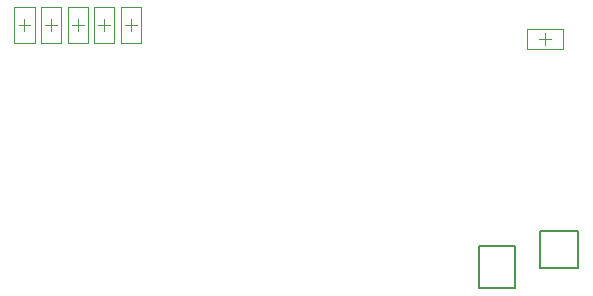
<source format=gbr>
%TF.GenerationSoftware,Altium Limited,Altium Designer,21.0.8 (223)*%
G04 Layer_Color=32768*
%FSLAX45Y45*%
%MOMM*%
%TF.SameCoordinates,E6859DB6-3A4E-404A-A1E8-5F06C1255FAD*%
%TF.FilePolarity,Positive*%
%TF.FileFunction,Other,Top_Courtyard*%
%TF.Part,Single*%
G01*
G75*
%TA.AperFunction,NonConductor*%
%ADD81C,0.20000*%
%ADD150C,0.05000*%
D81*
X7888000Y770000D02*
Y1080000D01*
X8212000D01*
Y770000D02*
Y1080000D01*
X7888000Y770000D02*
X8212000D01*
X7370000Y599690D02*
X7680000D01*
Y950310D01*
X7370000D02*
X7680000D01*
X7370000Y599690D02*
Y950310D01*
D150*
X7782420Y2620100D02*
X8082420D01*
X7782420Y2790100D02*
X8082420D01*
X7932420Y2655100D02*
Y2755100D01*
X7882420Y2705100D02*
X7982420D01*
X7782420Y2620100D02*
Y2790100D01*
X8082420Y2620100D02*
Y2790100D01*
X4340000Y2675000D02*
X4510000D01*
X4340000Y2975000D02*
X4510000D01*
X4425000Y2775000D02*
Y2875000D01*
X4375000Y2825000D02*
X4475000D01*
X4510000Y2675000D02*
Y2975000D01*
X4340000Y2675000D02*
Y2975000D01*
X3890000Y2675000D02*
X4060000D01*
X3890000Y2975000D02*
X4060000D01*
X3975000Y2775000D02*
Y2875000D01*
X3925000Y2825000D02*
X4025000D01*
X4060000Y2675000D02*
Y2975000D01*
X3890000Y2675000D02*
Y2975000D01*
X4115000Y2675000D02*
X4285000D01*
X4115000Y2975000D02*
X4285000D01*
X4200000Y2775000D02*
Y2875000D01*
X4150000Y2825000D02*
X4250000D01*
X4285000Y2675000D02*
Y2975000D01*
X4115000Y2675000D02*
Y2975000D01*
X3665000Y2675000D02*
X3835000D01*
X3665000Y2975000D02*
X3835000D01*
X3750000Y2775000D02*
Y2875000D01*
X3700000Y2825000D02*
X3800000D01*
X3835000Y2675000D02*
Y2975000D01*
X3665000Y2675000D02*
Y2975000D01*
X3440000Y2675000D02*
X3610000D01*
X3440000Y2975000D02*
X3610000D01*
X3525000Y2775000D02*
Y2875000D01*
X3475000Y2825000D02*
X3575000D01*
X3610000Y2675000D02*
Y2975000D01*
X3440000Y2675000D02*
Y2975000D01*
%TF.MD5,6f6962de843310506798faae5045d0c6*%
M02*

</source>
